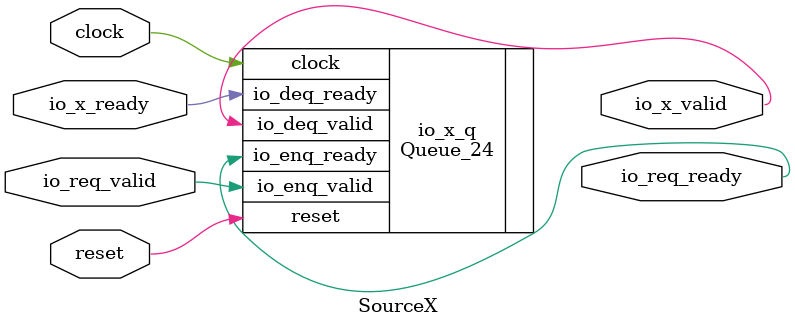
<source format=sv>
`ifndef RANDOMIZE
  `ifdef RANDOMIZE_REG_INIT
    `define RANDOMIZE
  `endif // RANDOMIZE_REG_INIT
`endif // not def RANDOMIZE
`ifndef RANDOMIZE
  `ifdef RANDOMIZE_MEM_INIT
    `define RANDOMIZE
  `endif // RANDOMIZE_MEM_INIT
`endif // not def RANDOMIZE

`ifndef RANDOM
  `define RANDOM $random
`endif // not def RANDOM

// Users can define 'PRINTF_COND' to add an extra gate to prints.
`ifndef PRINTF_COND_
  `ifdef PRINTF_COND
    `define PRINTF_COND_ (`PRINTF_COND)
  `else  // PRINTF_COND
    `define PRINTF_COND_ 1
  `endif // PRINTF_COND
`endif // not def PRINTF_COND_

// Users can define 'ASSERT_VERBOSE_COND' to add an extra gate to assert error printing.
`ifndef ASSERT_VERBOSE_COND_
  `ifdef ASSERT_VERBOSE_COND
    `define ASSERT_VERBOSE_COND_ (`ASSERT_VERBOSE_COND)
  `else  // ASSERT_VERBOSE_COND
    `define ASSERT_VERBOSE_COND_ 1
  `endif // ASSERT_VERBOSE_COND
`endif // not def ASSERT_VERBOSE_COND_

// Users can define 'STOP_COND' to add an extra gate to stop conditions.
`ifndef STOP_COND_
  `ifdef STOP_COND
    `define STOP_COND_ (`STOP_COND)
  `else  // STOP_COND
    `define STOP_COND_ 1
  `endif // STOP_COND
`endif // not def STOP_COND_

// Users can define INIT_RANDOM as general code that gets injected into the
// initializer block for modules with registers.
`ifndef INIT_RANDOM
  `define INIT_RANDOM
`endif // not def INIT_RANDOM

// If using random initialization, you can also define RANDOMIZE_DELAY to
// customize the delay used, otherwise 0.002 is used.
`ifndef RANDOMIZE_DELAY
  `define RANDOMIZE_DELAY 0.002
`endif // not def RANDOMIZE_DELAY

// Define INIT_RANDOM_PROLOG_ for use in our modules below.
`ifndef INIT_RANDOM_PROLOG_
  `ifdef RANDOMIZE
    `ifdef VERILATOR
      `define INIT_RANDOM_PROLOG_ `INIT_RANDOM
    `else  // VERILATOR
      `define INIT_RANDOM_PROLOG_ `INIT_RANDOM #`RANDOMIZE_DELAY begin end
    `endif // VERILATOR
  `else  // RANDOMIZE
    `define INIT_RANDOM_PROLOG_
  `endif // RANDOMIZE
`endif // not def INIT_RANDOM_PROLOG_

module SourceX(
  input  clock,
         reset,
         io_req_valid,
         io_x_ready,
  output io_req_ready,
         io_x_valid
);

  Queue_24 io_x_q (	// @[Decoupled.scala:375:21]
    .clock        (clock),
    .reset        (reset),
    .io_enq_valid (io_req_valid),
    .io_deq_ready (io_x_ready),
    .io_enq_ready (io_req_ready),
    .io_deq_valid (io_x_valid)
  );
endmodule


</source>
